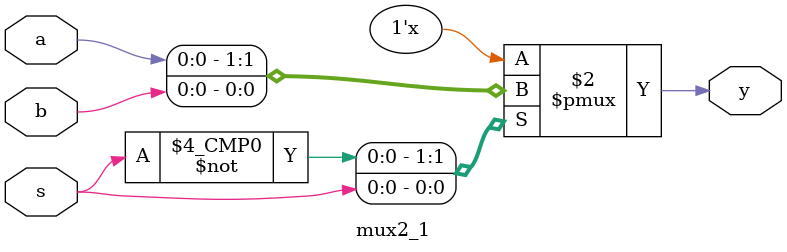
<source format=v>
module mux2_1(input a,b,input s, output reg y);
always@(*)
begin
case (s)
1'b0: y=a;
1'b1: y=b;
endcase
end
endmodule


</source>
